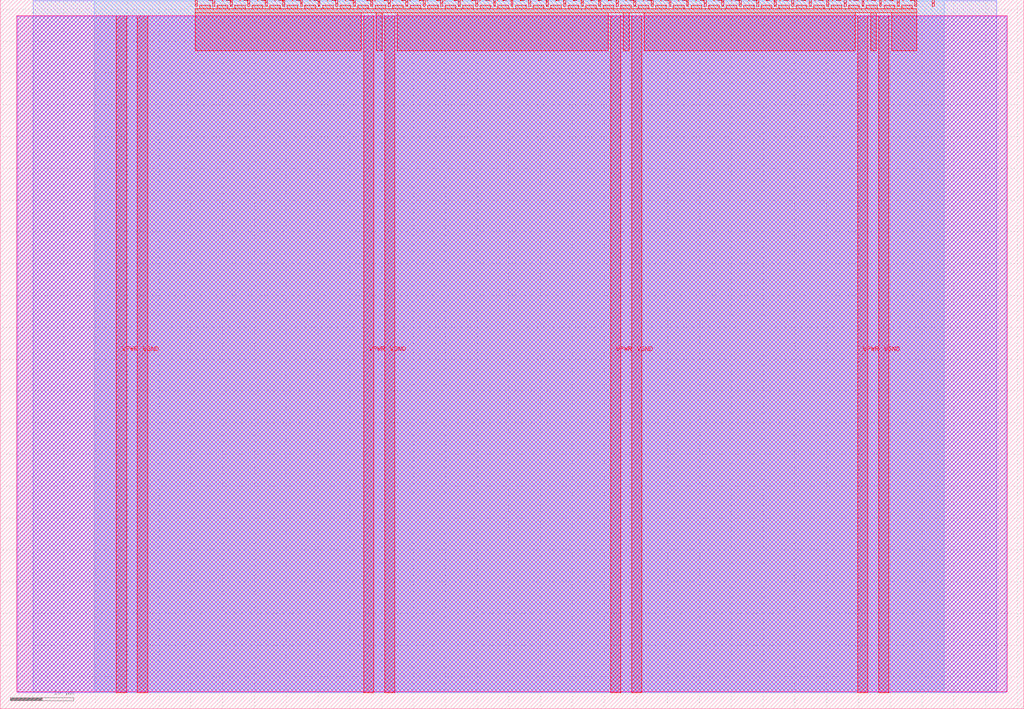
<source format=lef>
VERSION 5.7 ;
  NOWIREEXTENSIONATPIN ON ;
  DIVIDERCHAR "/" ;
  BUSBITCHARS "[]" ;
MACRO tt_um_flummer_ltc
  CLASS BLOCK ;
  FOREIGN tt_um_flummer_ltc ;
  ORIGIN 0.000 0.000 ;
  SIZE 161.000 BY 111.520 ;
  PIN VGND
    DIRECTION INOUT ;
    USE GROUND ;
    PORT
      LAYER met4 ;
        RECT 21.580 2.480 23.180 109.040 ;
    END
    PORT
      LAYER met4 ;
        RECT 60.450 2.480 62.050 109.040 ;
    END
    PORT
      LAYER met4 ;
        RECT 99.320 2.480 100.920 109.040 ;
    END
    PORT
      LAYER met4 ;
        RECT 138.190 2.480 139.790 109.040 ;
    END
  END VGND
  PIN VPWR
    DIRECTION INOUT ;
    USE POWER ;
    PORT
      LAYER met4 ;
        RECT 18.280 2.480 19.880 109.040 ;
    END
    PORT
      LAYER met4 ;
        RECT 57.150 2.480 58.750 109.040 ;
    END
    PORT
      LAYER met4 ;
        RECT 96.020 2.480 97.620 109.040 ;
    END
    PORT
      LAYER met4 ;
        RECT 134.890 2.480 136.490 109.040 ;
    END
  END VPWR
  PIN clk
    DIRECTION INPUT ;
    USE SIGNAL ;
    ANTENNAGATEAREA 0.852000 ;
    PORT
      LAYER met4 ;
        RECT 143.830 110.520 144.130 111.520 ;
    END
  END clk
  PIN ena
    DIRECTION INPUT ;
    USE SIGNAL ;
    PORT
      LAYER met4 ;
        RECT 146.590 110.520 146.890 111.520 ;
    END
  END ena
  PIN rst_n
    DIRECTION INPUT ;
    USE SIGNAL ;
    ANTENNAGATEAREA 0.196500 ;
    PORT
      LAYER met4 ;
        RECT 141.070 110.520 141.370 111.520 ;
    END
  END rst_n
  PIN ui_in[0]
    DIRECTION INPUT ;
    USE SIGNAL ;
    ANTENNAGATEAREA 0.196500 ;
    PORT
      LAYER met4 ;
        RECT 138.310 110.520 138.610 111.520 ;
    END
  END ui_in[0]
  PIN ui_in[1]
    DIRECTION INPUT ;
    USE SIGNAL ;
    ANTENNAGATEAREA 0.196500 ;
    PORT
      LAYER met4 ;
        RECT 135.550 110.520 135.850 111.520 ;
    END
  END ui_in[1]
  PIN ui_in[2]
    DIRECTION INPUT ;
    USE SIGNAL ;
    ANTENNAGATEAREA 0.196500 ;
    PORT
      LAYER met4 ;
        RECT 132.790 110.520 133.090 111.520 ;
    END
  END ui_in[2]
  PIN ui_in[3]
    DIRECTION INPUT ;
    USE SIGNAL ;
    ANTENNAGATEAREA 0.196500 ;
    PORT
      LAYER met4 ;
        RECT 130.030 110.520 130.330 111.520 ;
    END
  END ui_in[3]
  PIN ui_in[4]
    DIRECTION INPUT ;
    USE SIGNAL ;
    ANTENNAGATEAREA 0.196500 ;
    PORT
      LAYER met4 ;
        RECT 127.270 110.520 127.570 111.520 ;
    END
  END ui_in[4]
  PIN ui_in[5]
    DIRECTION INPUT ;
    USE SIGNAL ;
    ANTENNAGATEAREA 0.196500 ;
    PORT
      LAYER met4 ;
        RECT 124.510 110.520 124.810 111.520 ;
    END
  END ui_in[5]
  PIN ui_in[6]
    DIRECTION INPUT ;
    USE SIGNAL ;
    ANTENNAGATEAREA 0.196500 ;
    PORT
      LAYER met4 ;
        RECT 121.750 110.520 122.050 111.520 ;
    END
  END ui_in[6]
  PIN ui_in[7]
    DIRECTION INPUT ;
    USE SIGNAL ;
    ANTENNAGATEAREA 0.196500 ;
    PORT
      LAYER met4 ;
        RECT 118.990 110.520 119.290 111.520 ;
    END
  END ui_in[7]
  PIN uio_in[0]
    DIRECTION INPUT ;
    USE SIGNAL ;
    ANTENNAGATEAREA 0.213000 ;
    PORT
      LAYER met4 ;
        RECT 116.230 110.520 116.530 111.520 ;
    END
  END uio_in[0]
  PIN uio_in[1]
    DIRECTION INPUT ;
    USE SIGNAL ;
    ANTENNAGATEAREA 0.213000 ;
    PORT
      LAYER met4 ;
        RECT 113.470 110.520 113.770 111.520 ;
    END
  END uio_in[1]
  PIN uio_in[2]
    DIRECTION INPUT ;
    USE SIGNAL ;
    ANTENNAGATEAREA 0.213000 ;
    PORT
      LAYER met4 ;
        RECT 110.710 110.520 111.010 111.520 ;
    END
  END uio_in[2]
  PIN uio_in[3]
    DIRECTION INPUT ;
    USE SIGNAL ;
    ANTENNAGATEAREA 0.213000 ;
    PORT
      LAYER met4 ;
        RECT 107.950 110.520 108.250 111.520 ;
    END
  END uio_in[3]
  PIN uio_in[4]
    DIRECTION INPUT ;
    USE SIGNAL ;
    ANTENNAGATEAREA 0.213000 ;
    PORT
      LAYER met4 ;
        RECT 105.190 110.520 105.490 111.520 ;
    END
  END uio_in[4]
  PIN uio_in[5]
    DIRECTION INPUT ;
    USE SIGNAL ;
    ANTENNAGATEAREA 0.213000 ;
    PORT
      LAYER met4 ;
        RECT 102.430 110.520 102.730 111.520 ;
    END
  END uio_in[5]
  PIN uio_in[6]
    DIRECTION INPUT ;
    USE SIGNAL ;
    ANTENNAGATEAREA 0.213000 ;
    PORT
      LAYER met4 ;
        RECT 99.670 110.520 99.970 111.520 ;
    END
  END uio_in[6]
  PIN uio_in[7]
    DIRECTION INPUT ;
    USE SIGNAL ;
    PORT
      LAYER met4 ;
        RECT 96.910 110.520 97.210 111.520 ;
    END
  END uio_in[7]
  PIN uio_oe[0]
    DIRECTION OUTPUT ;
    USE SIGNAL ;
    PORT
      LAYER met4 ;
        RECT 49.990 110.520 50.290 111.520 ;
    END
  END uio_oe[0]
  PIN uio_oe[1]
    DIRECTION OUTPUT ;
    USE SIGNAL ;
    PORT
      LAYER met4 ;
        RECT 47.230 110.520 47.530 111.520 ;
    END
  END uio_oe[1]
  PIN uio_oe[2]
    DIRECTION OUTPUT ;
    USE SIGNAL ;
    PORT
      LAYER met4 ;
        RECT 44.470 110.520 44.770 111.520 ;
    END
  END uio_oe[2]
  PIN uio_oe[3]
    DIRECTION OUTPUT ;
    USE SIGNAL ;
    PORT
      LAYER met4 ;
        RECT 41.710 110.520 42.010 111.520 ;
    END
  END uio_oe[3]
  PIN uio_oe[4]
    DIRECTION OUTPUT ;
    USE SIGNAL ;
    PORT
      LAYER met4 ;
        RECT 38.950 110.520 39.250 111.520 ;
    END
  END uio_oe[4]
  PIN uio_oe[5]
    DIRECTION OUTPUT ;
    USE SIGNAL ;
    PORT
      LAYER met4 ;
        RECT 36.190 110.520 36.490 111.520 ;
    END
  END uio_oe[5]
  PIN uio_oe[6]
    DIRECTION OUTPUT ;
    USE SIGNAL ;
    PORT
      LAYER met4 ;
        RECT 33.430 110.520 33.730 111.520 ;
    END
  END uio_oe[6]
  PIN uio_oe[7]
    DIRECTION OUTPUT ;
    USE SIGNAL ;
    PORT
      LAYER met4 ;
        RECT 30.670 110.520 30.970 111.520 ;
    END
  END uio_oe[7]
  PIN uio_out[0]
    DIRECTION OUTPUT ;
    USE SIGNAL ;
    PORT
      LAYER met4 ;
        RECT 72.070 110.520 72.370 111.520 ;
    END
  END uio_out[0]
  PIN uio_out[1]
    DIRECTION OUTPUT ;
    USE SIGNAL ;
    PORT
      LAYER met4 ;
        RECT 69.310 110.520 69.610 111.520 ;
    END
  END uio_out[1]
  PIN uio_out[2]
    DIRECTION OUTPUT ;
    USE SIGNAL ;
    PORT
      LAYER met4 ;
        RECT 66.550 110.520 66.850 111.520 ;
    END
  END uio_out[2]
  PIN uio_out[3]
    DIRECTION OUTPUT ;
    USE SIGNAL ;
    PORT
      LAYER met4 ;
        RECT 63.790 110.520 64.090 111.520 ;
    END
  END uio_out[3]
  PIN uio_out[4]
    DIRECTION OUTPUT ;
    USE SIGNAL ;
    PORT
      LAYER met4 ;
        RECT 61.030 110.520 61.330 111.520 ;
    END
  END uio_out[4]
  PIN uio_out[5]
    DIRECTION OUTPUT ;
    USE SIGNAL ;
    PORT
      LAYER met4 ;
        RECT 58.270 110.520 58.570 111.520 ;
    END
  END uio_out[5]
  PIN uio_out[6]
    DIRECTION OUTPUT ;
    USE SIGNAL ;
    PORT
      LAYER met4 ;
        RECT 55.510 110.520 55.810 111.520 ;
    END
  END uio_out[6]
  PIN uio_out[7]
    DIRECTION OUTPUT ;
    USE SIGNAL ;
    ANTENNADIFFAREA 0.445500 ;
    PORT
      LAYER met4 ;
        RECT 52.750 110.520 53.050 111.520 ;
    END
  END uio_out[7]
  PIN uo_out[0]
    DIRECTION OUTPUT ;
    USE SIGNAL ;
    ANTENNADIFFAREA 0.924000 ;
    PORT
      LAYER met4 ;
        RECT 94.150 110.520 94.450 111.520 ;
    END
  END uo_out[0]
  PIN uo_out[1]
    DIRECTION OUTPUT ;
    USE SIGNAL ;
    ANTENNADIFFAREA 0.795200 ;
    PORT
      LAYER met4 ;
        RECT 91.390 110.520 91.690 111.520 ;
    END
  END uo_out[1]
  PIN uo_out[2]
    DIRECTION OUTPUT ;
    USE SIGNAL ;
    ANTENNADIFFAREA 0.795200 ;
    PORT
      LAYER met4 ;
        RECT 88.630 110.520 88.930 111.520 ;
    END
  END uo_out[2]
  PIN uo_out[3]
    DIRECTION OUTPUT ;
    USE SIGNAL ;
    ANTENNADIFFAREA 0.795200 ;
    PORT
      LAYER met4 ;
        RECT 85.870 110.520 86.170 111.520 ;
    END
  END uo_out[3]
  PIN uo_out[4]
    DIRECTION OUTPUT ;
    USE SIGNAL ;
    ANTENNADIFFAREA 0.795200 ;
    PORT
      LAYER met4 ;
        RECT 83.110 110.520 83.410 111.520 ;
    END
  END uo_out[4]
  PIN uo_out[5]
    DIRECTION OUTPUT ;
    USE SIGNAL ;
    ANTENNADIFFAREA 0.795200 ;
    PORT
      LAYER met4 ;
        RECT 80.350 110.520 80.650 111.520 ;
    END
  END uo_out[5]
  PIN uo_out[6]
    DIRECTION OUTPUT ;
    USE SIGNAL ;
    ANTENNADIFFAREA 0.795200 ;
    PORT
      LAYER met4 ;
        RECT 77.590 110.520 77.890 111.520 ;
    END
  END uo_out[6]
  PIN uo_out[7]
    DIRECTION OUTPUT ;
    USE SIGNAL ;
    ANTENNADIFFAREA 0.795200 ;
    PORT
      LAYER met4 ;
        RECT 74.830 110.520 75.130 111.520 ;
    END
  END uo_out[7]
  OBS
      LAYER nwell ;
        RECT 2.570 2.635 158.430 108.990 ;
      LAYER li1 ;
        RECT 2.760 2.635 158.240 108.885 ;
      LAYER met1 ;
        RECT 2.760 2.480 158.240 109.040 ;
      LAYER met2 ;
        RECT 5.160 2.535 156.760 111.365 ;
      LAYER met3 ;
        RECT 14.785 2.555 148.515 111.345 ;
      LAYER met4 ;
        RECT 31.370 110.120 33.030 110.665 ;
        RECT 34.130 110.120 35.790 110.665 ;
        RECT 36.890 110.120 38.550 110.665 ;
        RECT 39.650 110.120 41.310 110.665 ;
        RECT 42.410 110.120 44.070 110.665 ;
        RECT 45.170 110.120 46.830 110.665 ;
        RECT 47.930 110.120 49.590 110.665 ;
        RECT 50.690 110.120 52.350 110.665 ;
        RECT 53.450 110.120 55.110 110.665 ;
        RECT 56.210 110.120 57.870 110.665 ;
        RECT 58.970 110.120 60.630 110.665 ;
        RECT 61.730 110.120 63.390 110.665 ;
        RECT 64.490 110.120 66.150 110.665 ;
        RECT 67.250 110.120 68.910 110.665 ;
        RECT 70.010 110.120 71.670 110.665 ;
        RECT 72.770 110.120 74.430 110.665 ;
        RECT 75.530 110.120 77.190 110.665 ;
        RECT 78.290 110.120 79.950 110.665 ;
        RECT 81.050 110.120 82.710 110.665 ;
        RECT 83.810 110.120 85.470 110.665 ;
        RECT 86.570 110.120 88.230 110.665 ;
        RECT 89.330 110.120 90.990 110.665 ;
        RECT 92.090 110.120 93.750 110.665 ;
        RECT 94.850 110.120 96.510 110.665 ;
        RECT 97.610 110.120 99.270 110.665 ;
        RECT 100.370 110.120 102.030 110.665 ;
        RECT 103.130 110.120 104.790 110.665 ;
        RECT 105.890 110.120 107.550 110.665 ;
        RECT 108.650 110.120 110.310 110.665 ;
        RECT 111.410 110.120 113.070 110.665 ;
        RECT 114.170 110.120 115.830 110.665 ;
        RECT 116.930 110.120 118.590 110.665 ;
        RECT 119.690 110.120 121.350 110.665 ;
        RECT 122.450 110.120 124.110 110.665 ;
        RECT 125.210 110.120 126.870 110.665 ;
        RECT 127.970 110.120 129.630 110.665 ;
        RECT 130.730 110.120 132.390 110.665 ;
        RECT 133.490 110.120 135.150 110.665 ;
        RECT 136.250 110.120 137.910 110.665 ;
        RECT 139.010 110.120 140.670 110.665 ;
        RECT 141.770 110.120 143.430 110.665 ;
        RECT 30.655 109.440 144.145 110.120 ;
        RECT 30.655 103.535 56.750 109.440 ;
        RECT 59.150 103.535 60.050 109.440 ;
        RECT 62.450 103.535 95.620 109.440 ;
        RECT 98.020 103.535 98.920 109.440 ;
        RECT 101.320 103.535 134.490 109.440 ;
        RECT 136.890 103.535 137.790 109.440 ;
        RECT 140.190 103.535 144.145 109.440 ;
  END
END tt_um_flummer_ltc
END LIBRARY


</source>
